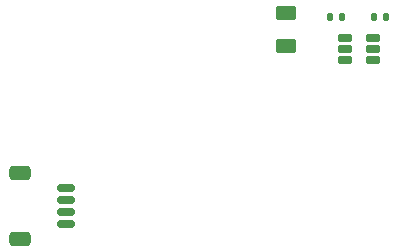
<source format=gbr>
%TF.GenerationSoftware,KiCad,Pcbnew,8.0.2*%
%TF.CreationDate,2024-11-08T17:25:48-08:00*%
%TF.ProjectId,gh80-5000-daughterboard,67683830-2d35-4303-9030-2d6461756768,rev?*%
%TF.SameCoordinates,Original*%
%TF.FileFunction,Paste,Top*%
%TF.FilePolarity,Positive*%
%FSLAX46Y46*%
G04 Gerber Fmt 4.6, Leading zero omitted, Abs format (unit mm)*
G04 Created by KiCad (PCBNEW 8.0.2) date 2024-11-08 17:25:48*
%MOMM*%
%LPD*%
G01*
G04 APERTURE LIST*
G04 Aperture macros list*
%AMRoundRect*
0 Rectangle with rounded corners*
0 $1 Rounding radius*
0 $2 $3 $4 $5 $6 $7 $8 $9 X,Y pos of 4 corners*
0 Add a 4 corners polygon primitive as box body*
4,1,4,$2,$3,$4,$5,$6,$7,$8,$9,$2,$3,0*
0 Add four circle primitives for the rounded corners*
1,1,$1+$1,$2,$3*
1,1,$1+$1,$4,$5*
1,1,$1+$1,$6,$7*
1,1,$1+$1,$8,$9*
0 Add four rect primitives between the rounded corners*
20,1,$1+$1,$2,$3,$4,$5,0*
20,1,$1+$1,$4,$5,$6,$7,0*
20,1,$1+$1,$6,$7,$8,$9,0*
20,1,$1+$1,$8,$9,$2,$3,0*%
G04 Aperture macros list end*
%ADD10RoundRect,0.250000X-0.625000X0.375000X-0.625000X-0.375000X0.625000X-0.375000X0.625000X0.375000X0*%
%ADD11RoundRect,0.135000X0.135000X0.185000X-0.135000X0.185000X-0.135000X-0.185000X0.135000X-0.185000X0*%
%ADD12RoundRect,0.150000X-0.625000X0.150000X-0.625000X-0.150000X0.625000X-0.150000X0.625000X0.150000X0*%
%ADD13RoundRect,0.250000X-0.650000X0.350000X-0.650000X-0.350000X0.650000X-0.350000X0.650000X0.350000X0*%
%ADD14RoundRect,0.135000X-0.135000X-0.185000X0.135000X-0.185000X0.135000X0.185000X-0.135000X0.185000X0*%
%ADD15RoundRect,0.150000X0.475000X0.150000X-0.475000X0.150000X-0.475000X-0.150000X0.475000X-0.150000X0*%
G04 APERTURE END LIST*
D10*
%TO.C,F1*%
X184000000Y-53800000D03*
X184000000Y-56600000D03*
%TD*%
D11*
%TO.C,R11*%
X188810000Y-54150000D03*
X187790000Y-54150000D03*
%TD*%
D12*
%TO.C,J1*%
X165400000Y-68600000D03*
X165400000Y-69600000D03*
X165400000Y-70600000D03*
X165400000Y-71600000D03*
D13*
X161525000Y-67300000D03*
X161525000Y-72900000D03*
%TD*%
D14*
%TO.C,R13*%
X191490000Y-54150000D03*
X192510000Y-54150000D03*
%TD*%
D15*
%TO.C,U6*%
X191375000Y-57750000D03*
X191375000Y-56800000D03*
X191375000Y-55850000D03*
X189025000Y-55850000D03*
X189025000Y-56800000D03*
X189025000Y-57750000D03*
%TD*%
M02*

</source>
